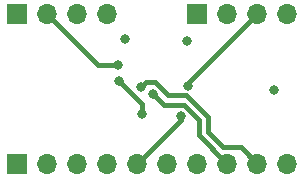
<source format=gbl>
G04 #@! TF.GenerationSoftware,KiCad,Pcbnew,6.0.5+dfsg-1~bpo11+1*
G04 #@! TF.CreationDate,2022-12-25T14:08:46+00:00*
G04 #@! TF.ProjectId,stm32l0_mod_source,73746d33-326c-4305-9f6d-6f645f736f75,0.1*
G04 #@! TF.SameCoordinates,Original*
G04 #@! TF.FileFunction,Copper,L4,Bot*
G04 #@! TF.FilePolarity,Positive*
%FSLAX46Y46*%
G04 Gerber Fmt 4.6, Leading zero omitted, Abs format (unit mm)*
G04 Created by KiCad (PCBNEW 6.0.5+dfsg-1~bpo11+1) date 2022-12-25 14:08:46*
%MOMM*%
%LPD*%
G01*
G04 APERTURE LIST*
G04 #@! TA.AperFunction,ComponentPad*
%ADD10R,1.700000X1.700000*%
G04 #@! TD*
G04 #@! TA.AperFunction,ComponentPad*
%ADD11O,1.700000X1.700000*%
G04 #@! TD*
G04 #@! TA.AperFunction,ViaPad*
%ADD12C,0.800000*%
G04 #@! TD*
G04 #@! TA.AperFunction,Conductor*
%ADD13C,0.400000*%
G04 #@! TD*
G04 APERTURE END LIST*
D10*
X149860000Y-93980000D03*
D11*
X152400000Y-93980000D03*
X154940000Y-93980000D03*
X157480000Y-93980000D03*
D10*
X134620000Y-93980000D03*
D11*
X137160000Y-93980000D03*
X139700000Y-93980000D03*
X142240000Y-93980000D03*
D10*
X134620000Y-106680000D03*
D11*
X137160000Y-106680000D03*
X139700000Y-106680000D03*
X142240000Y-106680000D03*
X144780000Y-106680000D03*
X147320000Y-106680000D03*
X149860000Y-106680000D03*
X152400000Y-106680000D03*
X154940000Y-106680000D03*
X157480000Y-106680000D03*
D12*
X148970992Y-96266000D03*
X145161000Y-102489000D03*
X143256000Y-99695000D03*
X148463000Y-102616000D03*
X149098000Y-100076000D03*
X143129000Y-98298000D03*
X145092293Y-100147120D03*
X146107686Y-100780314D03*
X143764000Y-96139000D03*
X156337000Y-100457000D03*
D13*
X145161000Y-101600000D02*
X143256000Y-99695000D01*
X145161000Y-102489000D02*
X145161000Y-101600000D01*
X144780000Y-106680000D02*
X148463000Y-102997000D01*
X148463000Y-102997000D02*
X148463000Y-102616000D01*
X154940000Y-93980000D02*
X149098000Y-99822000D01*
X149098000Y-99822000D02*
X149098000Y-100076000D01*
X141478000Y-98298000D02*
X143129000Y-98298000D01*
X137160000Y-93980000D02*
X141478000Y-98298000D01*
X147387375Y-100876001D02*
X146258495Y-99747121D01*
X148882001Y-100876001D02*
X147387375Y-100876001D01*
X154940000Y-106680000D02*
X153543000Y-105283000D01*
X152019000Y-105283000D02*
X150749000Y-104013000D01*
X150749000Y-102743000D02*
X148882001Y-100876001D01*
X153543000Y-105283000D02*
X152019000Y-105283000D01*
X150749000Y-104013000D02*
X150749000Y-102743000D01*
X145492292Y-99747121D02*
X145092293Y-100147120D01*
X146258495Y-99747121D02*
X145492292Y-99747121D01*
X148758002Y-101727000D02*
X147054372Y-101727000D01*
X149987000Y-104267000D02*
X149987000Y-102955998D01*
X147054372Y-101727000D02*
X146107686Y-100780314D01*
X152400000Y-106680000D02*
X149987000Y-104267000D01*
X149987000Y-102955998D02*
X148758002Y-101727000D01*
M02*

</source>
